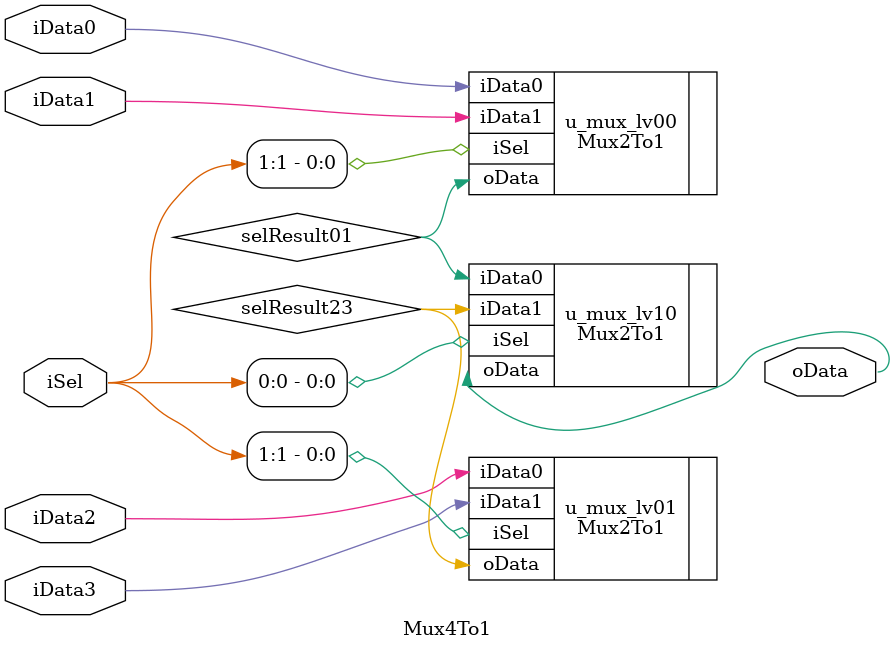
<source format=sv>
module Mux4To1 (
    input  logic [1:0] iSel,
    input  logic       iData0,
    input  logic       iData1,
    input  logic       iData2,
    input  logic       iData3,
    output logic       oData
);

  logic selResult01, selResult23;

  // Level 0 first 2 to 1 MUX to select a and b
  Mux2To1 u_mux_lv00 (
      .iSel  (iSel[1]),
      .iData0(iData0),
      .iData1(iData1),
      .oData (selResult01)
  );

  // Level 0 second 2 to 1 MUX to select c and d
  Mux2To1 u_mux_lv01 (
      .iSel  (iSel[1]),
      .iData0(iData2),
      .iData1(iData3),
      .oData (selResult23)
  );

  // Level 1 2 to 1 MUX to select final result
  Mux2To1 u_mux_lv10 (
      .iSel  (iSel[0]),
      .iData0(selResult01),
      .iData1(selResult23),
      .oData (oData)
  );

endmodule : Mux4To1

</source>
